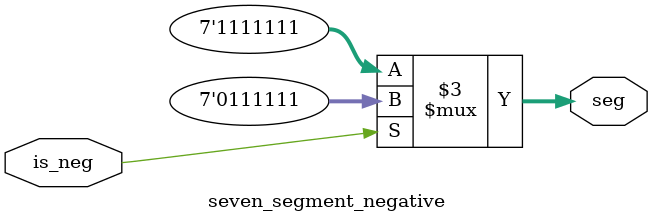
<source format=v>
module seven_segment_negative(
    input is_neg,
    output reg [6:0] seg
);

always @(*) begin
    if (is_neg)
        seg = 7'b0111111;
    else
        seg = 7'b1111111;
end

endmodule

</source>
